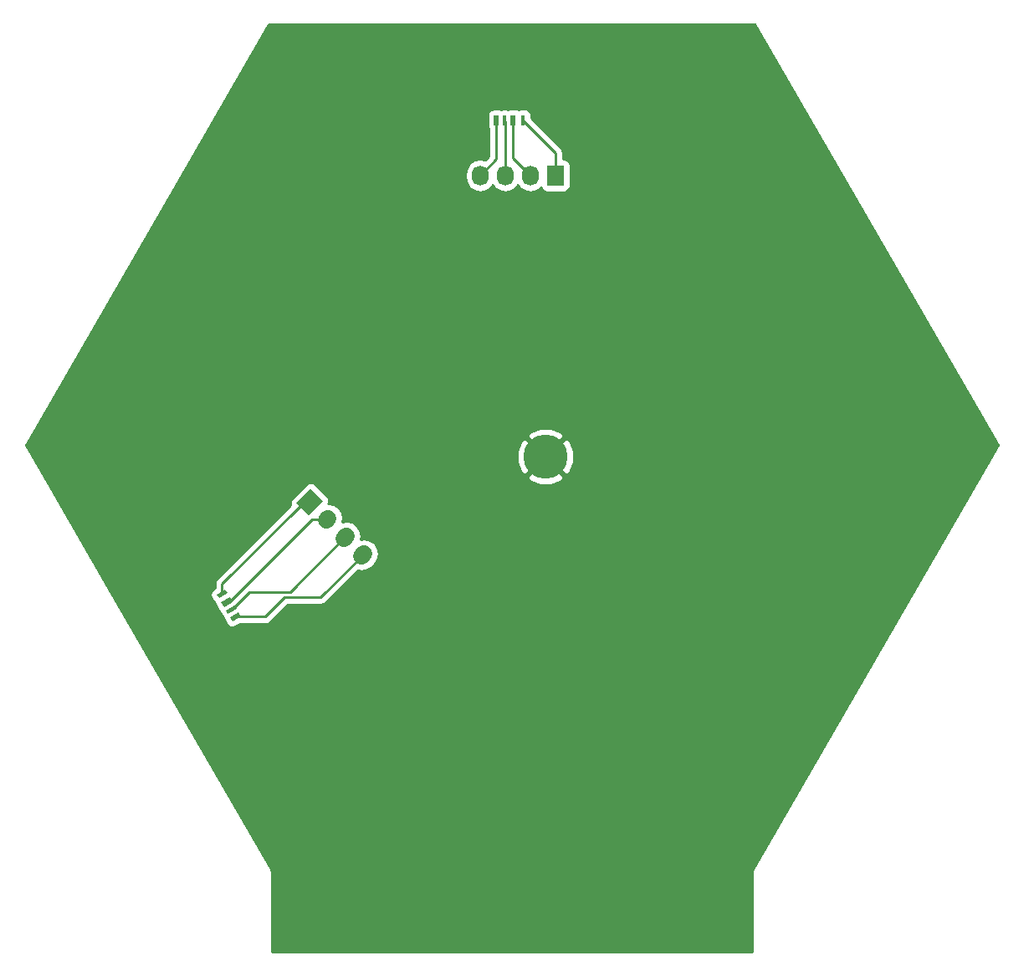
<source format=gtl>
G04 #@! TF.FileFunction,Copper,L1,Top,Signal*
%FSLAX46Y46*%
G04 Gerber Fmt 4.6, Leading zero omitted, Abs format (unit mm)*
G04 Created by KiCad (PCBNEW 4.0.2+dfsg1-stable) date Fri 05 Oct 2018 02:53:01 AM EDT*
%MOMM*%
G01*
G04 APERTURE LIST*
%ADD10C,0.100000*%
%ADD11C,4.470400*%
%ADD12C,1.727200*%
%ADD13R,1.727200X2.032000*%
%ADD14O,1.727200X2.032000*%
%ADD15R,0.450000X1.000000*%
%ADD16R,0.600000X1.000000*%
%ADD17R,0.350000X1.000000*%
%ADD18R,0.500000X1.000000*%
%ADD19C,0.250000*%
%ADD20C,0.254000*%
G04 APERTURE END LIST*
D10*
D11*
X151892000Y-106172000D03*
D10*
G36*
X127908237Y-112073078D02*
X126686922Y-110851763D01*
X128123763Y-109414922D01*
X129345078Y-110636237D01*
X127908237Y-112073078D01*
X127908237Y-112073078D01*
G37*
D12*
X129704288Y-112647814D02*
X129919814Y-112432288D01*
X131500339Y-114443865D02*
X131715865Y-114228339D01*
X133296391Y-116239917D02*
X133511917Y-116024391D01*
D10*
G36*
X118630000Y-120112962D02*
X119496026Y-119612962D01*
X119721026Y-120002674D01*
X118855000Y-120502674D01*
X118630000Y-120112962D01*
X118630000Y-120112962D01*
G37*
G36*
X119080000Y-120892384D02*
X119946026Y-120392384D01*
X120246026Y-120912000D01*
X119380000Y-121412000D01*
X119080000Y-120892384D01*
X119080000Y-120892384D01*
G37*
G36*
X119580000Y-121758411D02*
X120446026Y-121258411D01*
X120621026Y-121561519D01*
X119755000Y-122061519D01*
X119580000Y-121758411D01*
X119580000Y-121758411D01*
G37*
G36*
X119955000Y-122407930D02*
X120821026Y-121907930D01*
X121071026Y-122340942D01*
X120205000Y-122840942D01*
X119955000Y-122407930D01*
X119955000Y-122407930D01*
G37*
D13*
X152908000Y-77724000D03*
D14*
X150368000Y-77724000D03*
X147828000Y-77724000D03*
X145288000Y-77724000D03*
D15*
X149611000Y-72128000D03*
D16*
X148636000Y-72128000D03*
D17*
X147761000Y-72128000D03*
D18*
X146936000Y-72128000D03*
D19*
X127508000Y-111252000D02*
X127000000Y-111252000D01*
X119175513Y-119076487D02*
X127000000Y-111252000D01*
X119175513Y-119076487D02*
X119175513Y-120057818D01*
X127508000Y-111252000D02*
X128016000Y-110744000D01*
X119663013Y-120902192D02*
X119889808Y-120902192D01*
X119889808Y-120902192D02*
X128251949Y-112540051D01*
X128251949Y-112540051D02*
X129812051Y-112540051D01*
X120100513Y-121659965D02*
X120148035Y-121659965D01*
X120148035Y-121659965D02*
X121920000Y-119888000D01*
X121920000Y-119888000D02*
X126056204Y-119888000D01*
X126056204Y-119888000D02*
X131608102Y-114336102D01*
X120513013Y-122374436D02*
X123497564Y-122374436D01*
X129140308Y-120396000D02*
X133404154Y-116132154D01*
X125476000Y-120396000D02*
X129140308Y-120396000D01*
X123497564Y-122374436D02*
X125476000Y-120396000D01*
X152908000Y-77724000D02*
X152908000Y-75425000D01*
X152908000Y-75425000D02*
X149611000Y-72128000D01*
X148636000Y-72128000D02*
X148636000Y-75992000D01*
X148636000Y-75992000D02*
X150368000Y-77724000D01*
X147828000Y-77724000D02*
X147828000Y-72195000D01*
X147828000Y-72195000D02*
X147761000Y-72128000D01*
X146936000Y-72128000D02*
X146936000Y-76076000D01*
X146936000Y-76076000D02*
X145288000Y-77724000D01*
D20*
G36*
X197710131Y-105003600D02*
X172907873Y-147962370D01*
X172893348Y-148005160D01*
X172868243Y-148042732D01*
X172850762Y-148130615D01*
X172821961Y-148215460D01*
X172824916Y-148260549D01*
X172816100Y-148304870D01*
X172816100Y-156280124D01*
X124186100Y-156280124D01*
X124186100Y-148304870D01*
X124177284Y-148260549D01*
X124180239Y-148215460D01*
X124151438Y-148130615D01*
X124133957Y-148042732D01*
X124108852Y-148005160D01*
X124094327Y-147962370D01*
X108061694Y-120193034D01*
X117987530Y-120193034D01*
X118069300Y-120436682D01*
X118294300Y-120826394D01*
X118448941Y-121006457D01*
X118519300Y-121216104D01*
X118819300Y-121735720D01*
X118956758Y-121895776D01*
X119019301Y-122082132D01*
X119194301Y-122385240D01*
X119331759Y-122545295D01*
X119394301Y-122731650D01*
X119644301Y-123164662D01*
X119800305Y-123346313D01*
X120028807Y-123463946D01*
X120285072Y-123483412D01*
X120528720Y-123401642D01*
X120991535Y-123134436D01*
X123497564Y-123134436D01*
X123788403Y-123076584D01*
X124034965Y-122911837D01*
X125790802Y-121156000D01*
X129140308Y-121156000D01*
X129431147Y-121098148D01*
X129677709Y-120933401D01*
X132920034Y-117691076D01*
X133273520Y-117761388D01*
X133847010Y-117647314D01*
X134333190Y-117322458D01*
X134594458Y-117061190D01*
X134919314Y-116575010D01*
X135033388Y-116001520D01*
X134919314Y-115428030D01*
X134594458Y-114941850D01*
X134108278Y-114616994D01*
X133534788Y-114502920D01*
X133163478Y-114576778D01*
X133237336Y-114205468D01*
X133123262Y-113631978D01*
X132798406Y-113145798D01*
X132312226Y-112820942D01*
X131738736Y-112706868D01*
X131367427Y-112780726D01*
X131441285Y-112409417D01*
X131327211Y-111835927D01*
X131002355Y-111349747D01*
X130516175Y-111024891D01*
X129942685Y-110910817D01*
X129925785Y-110914179D01*
X129937972Y-110896343D01*
X129992456Y-110645181D01*
X129944932Y-110392610D01*
X129802887Y-110178428D01*
X128581572Y-108957113D01*
X128383869Y-108822028D01*
X128132707Y-108767544D01*
X127880136Y-108815068D01*
X127665954Y-108957113D01*
X126229113Y-110393954D01*
X126094028Y-110591657D01*
X126039544Y-110842819D01*
X126086235Y-111090963D01*
X118638112Y-118539086D01*
X118473365Y-118785648D01*
X118415513Y-119076487D01*
X118415513Y-119489196D01*
X118306280Y-119552262D01*
X118124629Y-119708266D01*
X118006996Y-119936768D01*
X117987530Y-120193034D01*
X108061694Y-120193034D01*
X101147204Y-108216787D01*
X150026818Y-108216787D01*
X150276253Y-108611951D01*
X151332973Y-109044541D01*
X152474800Y-109039812D01*
X153507747Y-108611951D01*
X153757182Y-108216787D01*
X151892000Y-106351605D01*
X150026818Y-108216787D01*
X101147204Y-108216787D01*
X99643891Y-105612973D01*
X149019459Y-105612973D01*
X149024188Y-106754800D01*
X149452049Y-107787747D01*
X149847213Y-108037182D01*
X151712395Y-106172000D01*
X152071605Y-106172000D01*
X153936787Y-108037182D01*
X154331951Y-107787747D01*
X154764541Y-106731027D01*
X154759812Y-105589200D01*
X154331951Y-104556253D01*
X153936787Y-104306818D01*
X152071605Y-106172000D01*
X151712395Y-106172000D01*
X149847213Y-104306818D01*
X149452049Y-104556253D01*
X149019459Y-105612973D01*
X99643891Y-105612973D01*
X99292069Y-105003600D01*
X99798051Y-104127213D01*
X150026818Y-104127213D01*
X151892000Y-105992395D01*
X153757182Y-104127213D01*
X153507747Y-103732049D01*
X152451027Y-103299459D01*
X151309200Y-103304188D01*
X150276253Y-103732049D01*
X150026818Y-104127213D01*
X99798051Y-104127213D01*
X115148616Y-77539255D01*
X143789400Y-77539255D01*
X143789400Y-77908745D01*
X143903474Y-78482234D01*
X144228330Y-78968415D01*
X144714511Y-79293271D01*
X145288000Y-79407345D01*
X145861489Y-79293271D01*
X146347670Y-78968415D01*
X146558000Y-78653634D01*
X146768330Y-78968415D01*
X147254511Y-79293271D01*
X147828000Y-79407345D01*
X148401489Y-79293271D01*
X148887670Y-78968415D01*
X149098000Y-78653634D01*
X149308330Y-78968415D01*
X149794511Y-79293271D01*
X150368000Y-79407345D01*
X150941489Y-79293271D01*
X151427670Y-78968415D01*
X151437243Y-78954087D01*
X151441238Y-78975317D01*
X151580310Y-79191441D01*
X151792510Y-79336431D01*
X152044400Y-79387440D01*
X153771600Y-79387440D01*
X154006917Y-79343162D01*
X154223041Y-79204090D01*
X154368031Y-78991890D01*
X154419040Y-78740000D01*
X154419040Y-76708000D01*
X154374762Y-76472683D01*
X154235690Y-76256559D01*
X154023490Y-76111569D01*
X153771600Y-76060560D01*
X153668000Y-76060560D01*
X153668000Y-75425000D01*
X153610148Y-75134161D01*
X153445401Y-74887599D01*
X150483440Y-71925638D01*
X150483440Y-71628000D01*
X150439162Y-71392683D01*
X150300090Y-71176559D01*
X150087890Y-71031569D01*
X149836000Y-70980560D01*
X149386000Y-70980560D01*
X149152740Y-71024451D01*
X148936000Y-70980560D01*
X148336000Y-70980560D01*
X148128658Y-71019574D01*
X147936000Y-70980560D01*
X147586000Y-70980560D01*
X147378658Y-71019574D01*
X147186000Y-70980560D01*
X146686000Y-70980560D01*
X146450683Y-71024838D01*
X146234559Y-71163910D01*
X146089569Y-71376110D01*
X146038560Y-71628000D01*
X146038560Y-72628000D01*
X146082838Y-72863317D01*
X146176000Y-73008095D01*
X146176000Y-75761198D01*
X145795579Y-76141619D01*
X145288000Y-76040655D01*
X144714511Y-76154729D01*
X144228330Y-76479585D01*
X143903474Y-76965766D01*
X143789400Y-77539255D01*
X115148616Y-77539255D01*
X123896585Y-62387330D01*
X173105615Y-62387330D01*
X197710131Y-105003600D01*
X197710131Y-105003600D01*
G37*
X197710131Y-105003600D02*
X172907873Y-147962370D01*
X172893348Y-148005160D01*
X172868243Y-148042732D01*
X172850762Y-148130615D01*
X172821961Y-148215460D01*
X172824916Y-148260549D01*
X172816100Y-148304870D01*
X172816100Y-156280124D01*
X124186100Y-156280124D01*
X124186100Y-148304870D01*
X124177284Y-148260549D01*
X124180239Y-148215460D01*
X124151438Y-148130615D01*
X124133957Y-148042732D01*
X124108852Y-148005160D01*
X124094327Y-147962370D01*
X108061694Y-120193034D01*
X117987530Y-120193034D01*
X118069300Y-120436682D01*
X118294300Y-120826394D01*
X118448941Y-121006457D01*
X118519300Y-121216104D01*
X118819300Y-121735720D01*
X118956758Y-121895776D01*
X119019301Y-122082132D01*
X119194301Y-122385240D01*
X119331759Y-122545295D01*
X119394301Y-122731650D01*
X119644301Y-123164662D01*
X119800305Y-123346313D01*
X120028807Y-123463946D01*
X120285072Y-123483412D01*
X120528720Y-123401642D01*
X120991535Y-123134436D01*
X123497564Y-123134436D01*
X123788403Y-123076584D01*
X124034965Y-122911837D01*
X125790802Y-121156000D01*
X129140308Y-121156000D01*
X129431147Y-121098148D01*
X129677709Y-120933401D01*
X132920034Y-117691076D01*
X133273520Y-117761388D01*
X133847010Y-117647314D01*
X134333190Y-117322458D01*
X134594458Y-117061190D01*
X134919314Y-116575010D01*
X135033388Y-116001520D01*
X134919314Y-115428030D01*
X134594458Y-114941850D01*
X134108278Y-114616994D01*
X133534788Y-114502920D01*
X133163478Y-114576778D01*
X133237336Y-114205468D01*
X133123262Y-113631978D01*
X132798406Y-113145798D01*
X132312226Y-112820942D01*
X131738736Y-112706868D01*
X131367427Y-112780726D01*
X131441285Y-112409417D01*
X131327211Y-111835927D01*
X131002355Y-111349747D01*
X130516175Y-111024891D01*
X129942685Y-110910817D01*
X129925785Y-110914179D01*
X129937972Y-110896343D01*
X129992456Y-110645181D01*
X129944932Y-110392610D01*
X129802887Y-110178428D01*
X128581572Y-108957113D01*
X128383869Y-108822028D01*
X128132707Y-108767544D01*
X127880136Y-108815068D01*
X127665954Y-108957113D01*
X126229113Y-110393954D01*
X126094028Y-110591657D01*
X126039544Y-110842819D01*
X126086235Y-111090963D01*
X118638112Y-118539086D01*
X118473365Y-118785648D01*
X118415513Y-119076487D01*
X118415513Y-119489196D01*
X118306280Y-119552262D01*
X118124629Y-119708266D01*
X118006996Y-119936768D01*
X117987530Y-120193034D01*
X108061694Y-120193034D01*
X101147204Y-108216787D01*
X150026818Y-108216787D01*
X150276253Y-108611951D01*
X151332973Y-109044541D01*
X152474800Y-109039812D01*
X153507747Y-108611951D01*
X153757182Y-108216787D01*
X151892000Y-106351605D01*
X150026818Y-108216787D01*
X101147204Y-108216787D01*
X99643891Y-105612973D01*
X149019459Y-105612973D01*
X149024188Y-106754800D01*
X149452049Y-107787747D01*
X149847213Y-108037182D01*
X151712395Y-106172000D01*
X152071605Y-106172000D01*
X153936787Y-108037182D01*
X154331951Y-107787747D01*
X154764541Y-106731027D01*
X154759812Y-105589200D01*
X154331951Y-104556253D01*
X153936787Y-104306818D01*
X152071605Y-106172000D01*
X151712395Y-106172000D01*
X149847213Y-104306818D01*
X149452049Y-104556253D01*
X149019459Y-105612973D01*
X99643891Y-105612973D01*
X99292069Y-105003600D01*
X99798051Y-104127213D01*
X150026818Y-104127213D01*
X151892000Y-105992395D01*
X153757182Y-104127213D01*
X153507747Y-103732049D01*
X152451027Y-103299459D01*
X151309200Y-103304188D01*
X150276253Y-103732049D01*
X150026818Y-104127213D01*
X99798051Y-104127213D01*
X115148616Y-77539255D01*
X143789400Y-77539255D01*
X143789400Y-77908745D01*
X143903474Y-78482234D01*
X144228330Y-78968415D01*
X144714511Y-79293271D01*
X145288000Y-79407345D01*
X145861489Y-79293271D01*
X146347670Y-78968415D01*
X146558000Y-78653634D01*
X146768330Y-78968415D01*
X147254511Y-79293271D01*
X147828000Y-79407345D01*
X148401489Y-79293271D01*
X148887670Y-78968415D01*
X149098000Y-78653634D01*
X149308330Y-78968415D01*
X149794511Y-79293271D01*
X150368000Y-79407345D01*
X150941489Y-79293271D01*
X151427670Y-78968415D01*
X151437243Y-78954087D01*
X151441238Y-78975317D01*
X151580310Y-79191441D01*
X151792510Y-79336431D01*
X152044400Y-79387440D01*
X153771600Y-79387440D01*
X154006917Y-79343162D01*
X154223041Y-79204090D01*
X154368031Y-78991890D01*
X154419040Y-78740000D01*
X154419040Y-76708000D01*
X154374762Y-76472683D01*
X154235690Y-76256559D01*
X154023490Y-76111569D01*
X153771600Y-76060560D01*
X153668000Y-76060560D01*
X153668000Y-75425000D01*
X153610148Y-75134161D01*
X153445401Y-74887599D01*
X150483440Y-71925638D01*
X150483440Y-71628000D01*
X150439162Y-71392683D01*
X150300090Y-71176559D01*
X150087890Y-71031569D01*
X149836000Y-70980560D01*
X149386000Y-70980560D01*
X149152740Y-71024451D01*
X148936000Y-70980560D01*
X148336000Y-70980560D01*
X148128658Y-71019574D01*
X147936000Y-70980560D01*
X147586000Y-70980560D01*
X147378658Y-71019574D01*
X147186000Y-70980560D01*
X146686000Y-70980560D01*
X146450683Y-71024838D01*
X146234559Y-71163910D01*
X146089569Y-71376110D01*
X146038560Y-71628000D01*
X146038560Y-72628000D01*
X146082838Y-72863317D01*
X146176000Y-73008095D01*
X146176000Y-75761198D01*
X145795579Y-76141619D01*
X145288000Y-76040655D01*
X144714511Y-76154729D01*
X144228330Y-76479585D01*
X143903474Y-76965766D01*
X143789400Y-77539255D01*
X115148616Y-77539255D01*
X123896585Y-62387330D01*
X173105615Y-62387330D01*
X197710131Y-105003600D01*
M02*

</source>
